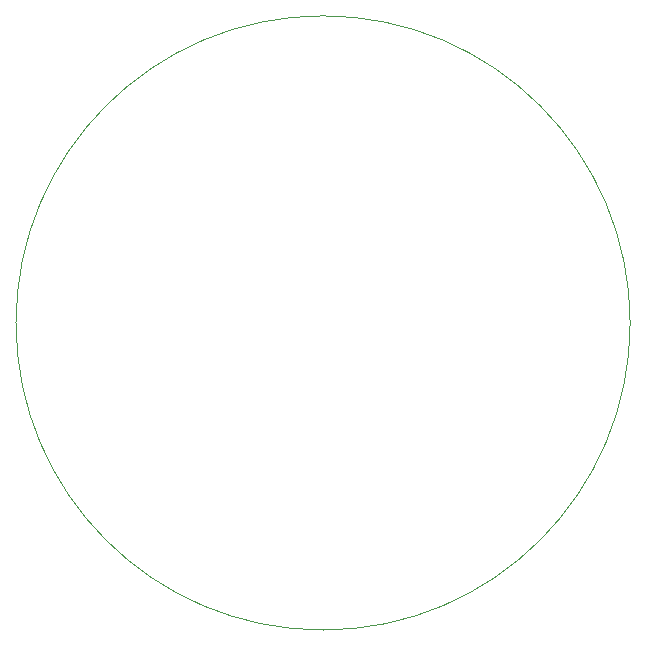
<source format=gbr>
%TF.GenerationSoftware,KiCad,Pcbnew,9.0.0*%
%TF.CreationDate,2025-06-01T03:36:44+08:00*%
%TF.ProjectId,CAPSTONE_MC,43415053-544f-44e4-955f-4d432e6b6963,Ver. 1.0.0*%
%TF.SameCoordinates,Original*%
%TF.FileFunction,Profile,NP*%
%FSLAX46Y46*%
G04 Gerber Fmt 4.6, Leading zero omitted, Abs format (unit mm)*
G04 Created by KiCad (PCBNEW 9.0.0) date 2025-06-01 03:36:44*
%MOMM*%
%LPD*%
G01*
G04 APERTURE LIST*
%TA.AperFunction,Profile*%
%ADD10C,0.100000*%
%TD*%
G04 APERTURE END LIST*
D10*
X127000000Y-59000000D02*
G75*
G02*
X75000000Y-59000000I-26000000J0D01*
G01*
X75000000Y-59000000D02*
G75*
G02*
X127000000Y-59000000I26000000J0D01*
G01*
M02*

</source>
